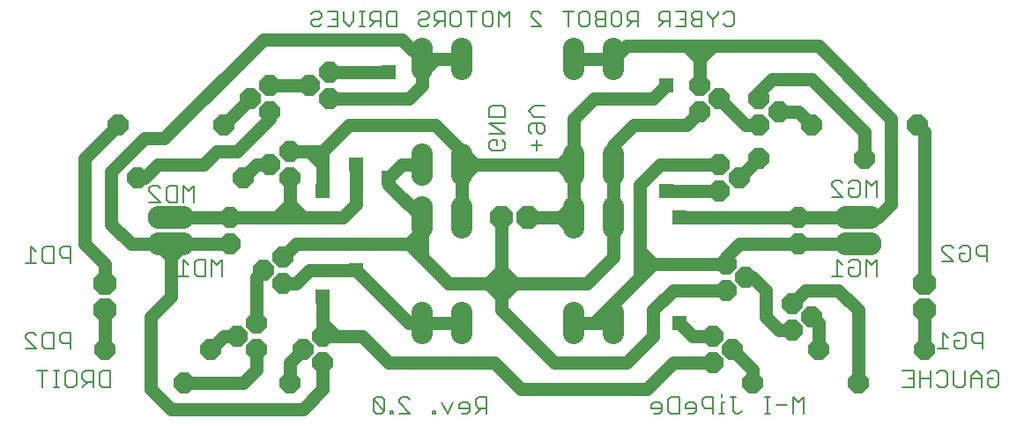
<source format=gbr>
G75*
G70*
%OFA0B0*%
%FSLAX24Y24*%
%IPPOS*%
%LPD*%
%AMOC8*
5,1,8,0,0,1.08239X$1,22.5*
%
%ADD10C,0.0080*%
%ADD11OC8,0.0800*%
%ADD12O,0.0800X0.1600*%
%ADD13OC8,0.0880*%
%ADD14O,0.1760X0.0880*%
%ADD15C,0.0500*%
%ADD16R,0.0560X0.0560*%
D10*
X005120Y002876D02*
X005120Y003497D01*
X005326Y003497D02*
X004913Y003497D01*
X005549Y003497D02*
X005756Y003497D01*
X005653Y003497D02*
X005653Y002876D01*
X005756Y002876D02*
X005549Y002876D01*
X005987Y002980D02*
X005987Y003393D01*
X006090Y003497D01*
X006297Y003497D01*
X006401Y003393D01*
X006401Y002980D01*
X006297Y002876D01*
X006090Y002876D01*
X005987Y002980D01*
X006631Y002876D02*
X006838Y003083D01*
X006735Y003083D02*
X007045Y003083D01*
X007045Y002876D02*
X007045Y003497D01*
X006735Y003497D01*
X006631Y003393D01*
X006631Y003186D01*
X006735Y003083D01*
X007276Y002980D02*
X007276Y003393D01*
X007379Y003497D01*
X007690Y003497D01*
X007690Y002876D01*
X007379Y002876D01*
X007276Y002980D01*
X006182Y004326D02*
X006182Y004947D01*
X005871Y004947D01*
X005768Y004843D01*
X005768Y004636D01*
X005871Y004533D01*
X006182Y004533D01*
X005537Y004326D02*
X005537Y004947D01*
X005227Y004947D01*
X005124Y004843D01*
X005124Y004430D01*
X005227Y004326D01*
X005537Y004326D01*
X004893Y004326D02*
X004479Y004740D01*
X004479Y004843D01*
X004582Y004947D01*
X004789Y004947D01*
X004893Y004843D01*
X004893Y004326D02*
X004479Y004326D01*
X010229Y007076D02*
X010643Y007076D01*
X010436Y007076D02*
X010436Y007697D01*
X010643Y007490D01*
X010874Y007593D02*
X010874Y007180D01*
X010977Y007076D01*
X011287Y007076D01*
X011287Y007697D01*
X010977Y007697D01*
X010874Y007593D01*
X011518Y007697D02*
X011518Y007076D01*
X011932Y007076D02*
X011932Y007697D01*
X011725Y007490D01*
X011518Y007697D01*
X006182Y007783D02*
X005871Y007783D01*
X005768Y007886D01*
X005768Y008093D01*
X005871Y008197D01*
X006182Y008197D01*
X006182Y007576D01*
X005537Y007576D02*
X005227Y007576D01*
X005124Y007680D01*
X005124Y008093D01*
X005227Y008197D01*
X005537Y008197D01*
X005537Y007576D01*
X004893Y007576D02*
X004479Y007576D01*
X004686Y007576D02*
X004686Y008197D01*
X004893Y007990D01*
X009163Y009876D02*
X009576Y009876D01*
X009163Y010290D01*
X009163Y010393D01*
X009266Y010497D01*
X009473Y010497D01*
X009576Y010393D01*
X009807Y010393D02*
X009911Y010497D01*
X010221Y010497D01*
X010221Y009876D01*
X009911Y009876D01*
X009807Y009980D01*
X009807Y010393D01*
X010452Y010497D02*
X010452Y009876D01*
X010865Y009876D02*
X010865Y010497D01*
X010659Y010290D01*
X010452Y010497D01*
X022012Y011930D02*
X022115Y011826D01*
X022529Y011826D01*
X022632Y011930D01*
X022632Y012136D01*
X022529Y012240D01*
X022322Y012240D02*
X022322Y012033D01*
X022322Y012240D02*
X022115Y012240D01*
X022012Y012136D01*
X022012Y011930D01*
X022012Y012471D02*
X022632Y012471D01*
X022012Y012884D01*
X022632Y012884D01*
X022632Y013115D02*
X022632Y013425D01*
X022529Y013529D01*
X022115Y013529D01*
X022012Y013425D01*
X022012Y013115D01*
X022632Y013115D01*
X023512Y013322D02*
X023719Y013529D01*
X024132Y013529D01*
X023719Y013115D02*
X023512Y013322D01*
X023719Y013115D02*
X024132Y013115D01*
X024029Y012884D02*
X023615Y012884D01*
X023512Y012781D01*
X023512Y012574D01*
X023615Y012471D01*
X023822Y012574D02*
X023822Y012884D01*
X024029Y012884D02*
X024132Y012781D01*
X024132Y012574D01*
X024029Y012471D01*
X023925Y012471D01*
X023822Y012574D01*
X023822Y012240D02*
X023822Y011826D01*
X024029Y012033D02*
X023615Y012033D01*
X023602Y016526D02*
X023989Y016526D01*
X023602Y016913D01*
X023602Y017010D01*
X023699Y017107D01*
X023892Y017107D01*
X023989Y017010D01*
X024818Y017107D02*
X025205Y017107D01*
X025011Y017107D02*
X025011Y016526D01*
X025425Y016623D02*
X025425Y017010D01*
X025522Y017107D01*
X025716Y017107D01*
X025812Y017010D01*
X025812Y016623D01*
X025716Y016526D01*
X025522Y016526D01*
X025425Y016623D01*
X026033Y016623D02*
X026033Y016720D01*
X026130Y016816D01*
X026420Y016816D01*
X026420Y016526D02*
X026130Y016526D01*
X026033Y016623D01*
X026130Y016816D02*
X026033Y016913D01*
X026033Y017010D01*
X026130Y017107D01*
X026420Y017107D01*
X026420Y016526D01*
X026641Y016623D02*
X026641Y017010D01*
X026737Y017107D01*
X026931Y017107D01*
X027028Y017010D01*
X027028Y016623D01*
X026931Y016526D01*
X026737Y016526D01*
X026641Y016623D01*
X027248Y016526D02*
X027442Y016720D01*
X027345Y016720D02*
X027635Y016720D01*
X027635Y016526D02*
X027635Y017107D01*
X027345Y017107D01*
X027248Y017010D01*
X027248Y016816D01*
X027345Y016720D01*
X028464Y016816D02*
X028561Y016720D01*
X028851Y016720D01*
X028657Y016720D02*
X028464Y016526D01*
X028464Y016816D02*
X028464Y017010D01*
X028561Y017107D01*
X028851Y017107D01*
X028851Y016526D01*
X029072Y016526D02*
X029459Y016526D01*
X029459Y017107D01*
X029072Y017107D01*
X029265Y016816D02*
X029459Y016816D01*
X029679Y016720D02*
X029679Y016623D01*
X029776Y016526D01*
X030066Y016526D01*
X030066Y017107D01*
X029776Y017107D01*
X029679Y017010D01*
X029679Y016913D01*
X029776Y016816D01*
X030066Y016816D01*
X029776Y016816D02*
X029679Y016720D01*
X030287Y017010D02*
X030287Y017107D01*
X030287Y017010D02*
X030481Y016816D01*
X030481Y016526D01*
X030481Y016816D02*
X030674Y017010D01*
X030674Y017107D01*
X030895Y017010D02*
X030991Y017107D01*
X031185Y017107D01*
X031282Y017010D01*
X031282Y016623D01*
X031185Y016526D01*
X030991Y016526D01*
X030895Y016623D01*
X022774Y016526D02*
X022774Y017107D01*
X022580Y016913D01*
X022387Y017107D01*
X022387Y016526D01*
X022166Y016623D02*
X022069Y016526D01*
X021876Y016526D01*
X021779Y016623D01*
X021779Y017010D01*
X021876Y017107D01*
X022069Y017107D01*
X022166Y017010D01*
X022166Y016623D01*
X021365Y016526D02*
X021365Y017107D01*
X021558Y017107D02*
X021171Y017107D01*
X020951Y017010D02*
X020854Y017107D01*
X020660Y017107D01*
X020564Y017010D01*
X020564Y016623D01*
X020660Y016526D01*
X020854Y016526D01*
X020951Y016623D01*
X020951Y017010D01*
X020343Y017107D02*
X020053Y017107D01*
X019956Y017010D01*
X019956Y016816D01*
X020053Y016720D01*
X020343Y016720D01*
X020149Y016720D02*
X019956Y016526D01*
X019735Y016623D02*
X019638Y016526D01*
X019445Y016526D01*
X019348Y016623D01*
X019348Y016720D01*
X019445Y016816D01*
X019638Y016816D01*
X019735Y016913D01*
X019735Y017010D01*
X019638Y017107D01*
X019445Y017107D01*
X019348Y017010D01*
X018520Y017107D02*
X018229Y017107D01*
X018133Y017010D01*
X018133Y016623D01*
X018229Y016526D01*
X018520Y016526D01*
X018520Y017107D01*
X017912Y017107D02*
X017622Y017107D01*
X017525Y017010D01*
X017525Y016816D01*
X017622Y016720D01*
X017912Y016720D01*
X017719Y016720D02*
X017525Y016526D01*
X017304Y016526D02*
X017111Y016526D01*
X017208Y016526D02*
X017208Y017107D01*
X017304Y017107D02*
X017111Y017107D01*
X016899Y017107D02*
X016899Y016720D01*
X016706Y016526D01*
X016512Y016720D01*
X016512Y017107D01*
X016291Y017107D02*
X016291Y016526D01*
X015904Y016526D01*
X015684Y016623D02*
X015587Y016526D01*
X015393Y016526D01*
X015297Y016623D01*
X015297Y016720D01*
X015393Y016816D01*
X015587Y016816D01*
X015684Y016913D01*
X015684Y017010D01*
X015587Y017107D01*
X015393Y017107D01*
X015297Y017010D01*
X015904Y017107D02*
X016291Y017107D01*
X016291Y016816D02*
X016098Y016816D01*
X017912Y016526D02*
X017912Y017107D01*
X020343Y017107D02*
X020343Y016526D01*
X034979Y010593D02*
X035082Y010697D01*
X035289Y010697D01*
X035393Y010593D01*
X035624Y010593D02*
X035727Y010697D01*
X035934Y010697D01*
X036037Y010593D01*
X036037Y010180D01*
X035934Y010076D01*
X035727Y010076D01*
X035624Y010180D01*
X035624Y010386D01*
X035830Y010386D01*
X036268Y010076D02*
X036268Y010697D01*
X036475Y010490D01*
X036682Y010697D01*
X036682Y010076D01*
X035393Y010076D02*
X034979Y010490D01*
X034979Y010593D01*
X034979Y010076D02*
X035393Y010076D01*
X039163Y008143D02*
X039266Y008247D01*
X039473Y008247D01*
X039576Y008143D01*
X039807Y008143D02*
X039911Y008247D01*
X040117Y008247D01*
X040221Y008143D01*
X040221Y007730D01*
X040117Y007626D01*
X039911Y007626D01*
X039807Y007730D01*
X039807Y007936D01*
X040014Y007936D01*
X040452Y007936D02*
X040555Y007833D01*
X040865Y007833D01*
X040865Y007626D02*
X040865Y008247D01*
X040555Y008247D01*
X040452Y008143D01*
X040452Y007936D01*
X039576Y007626D02*
X039163Y008040D01*
X039163Y008143D01*
X039163Y007626D02*
X039576Y007626D01*
X036682Y007697D02*
X036682Y007076D01*
X036268Y007076D02*
X036268Y007697D01*
X036475Y007490D01*
X036682Y007697D01*
X036037Y007593D02*
X036037Y007180D01*
X035934Y007076D01*
X035727Y007076D01*
X035624Y007180D01*
X035624Y007386D01*
X035830Y007386D01*
X035624Y007593D02*
X035727Y007697D01*
X035934Y007697D01*
X036037Y007593D01*
X035393Y007490D02*
X035186Y007697D01*
X035186Y007076D01*
X035393Y007076D02*
X034979Y007076D01*
X039186Y004947D02*
X039186Y004326D01*
X039393Y004326D02*
X038979Y004326D01*
X039624Y004430D02*
X039624Y004636D01*
X039830Y004636D01*
X039624Y004430D02*
X039727Y004326D01*
X039934Y004326D01*
X040037Y004430D01*
X040037Y004843D01*
X039934Y004947D01*
X039727Y004947D01*
X039624Y004843D01*
X039393Y004740D02*
X039186Y004947D01*
X040268Y004843D02*
X040268Y004636D01*
X040371Y004533D01*
X040682Y004533D01*
X040682Y004326D02*
X040682Y004947D01*
X040371Y004947D01*
X040268Y004843D01*
X040448Y003497D02*
X040241Y003290D01*
X040241Y002876D01*
X040010Y002980D02*
X039907Y002876D01*
X039700Y002876D01*
X039596Y002980D01*
X039596Y003497D01*
X039365Y003393D02*
X039365Y002980D01*
X039262Y002876D01*
X039055Y002876D01*
X038952Y002980D01*
X038721Y002876D02*
X038721Y003497D01*
X038952Y003393D02*
X039055Y003497D01*
X039262Y003497D01*
X039365Y003393D01*
X040010Y003497D02*
X040010Y002980D01*
X040241Y003186D02*
X040654Y003186D01*
X040654Y003290D02*
X040654Y002876D01*
X040885Y002980D02*
X040885Y003186D01*
X041092Y003186D01*
X040885Y002980D02*
X040989Y002876D01*
X041196Y002876D01*
X041299Y002980D01*
X041299Y003393D01*
X041196Y003497D01*
X040989Y003497D01*
X040885Y003393D01*
X040654Y003290D02*
X040448Y003497D01*
X038721Y003186D02*
X038307Y003186D01*
X038076Y003186D02*
X037870Y003186D01*
X038076Y002876D02*
X037663Y002876D01*
X038076Y002876D02*
X038076Y003497D01*
X037663Y003497D01*
X038307Y003497D02*
X038307Y002876D01*
X033932Y002497D02*
X033932Y001876D01*
X033518Y001876D02*
X033518Y002497D01*
X033725Y002290D01*
X033932Y002497D01*
X033287Y002186D02*
X032874Y002186D01*
X032643Y001876D02*
X032436Y001876D01*
X032539Y001876D02*
X032539Y002497D01*
X032436Y002497D02*
X032643Y002497D01*
X031568Y001980D02*
X031465Y001876D01*
X031362Y001876D01*
X031258Y001980D01*
X031258Y002497D01*
X031155Y002497D02*
X031362Y002497D01*
X030924Y002290D02*
X030821Y002290D01*
X030821Y001876D01*
X030924Y001876D02*
X030717Y001876D01*
X030494Y001876D02*
X030494Y002497D01*
X030184Y002497D01*
X030081Y002393D01*
X030081Y002186D01*
X030184Y002083D01*
X030494Y002083D01*
X030821Y002497D02*
X030821Y002600D01*
X029850Y002186D02*
X029746Y002290D01*
X029539Y002290D01*
X029436Y002186D01*
X029436Y002083D01*
X029850Y002083D01*
X029850Y001980D02*
X029850Y002186D01*
X029850Y001980D02*
X029746Y001876D01*
X029539Y001876D01*
X029205Y001876D02*
X028895Y001876D01*
X028792Y001980D01*
X028792Y002393D01*
X028895Y002497D01*
X029205Y002497D01*
X029205Y001876D01*
X028561Y001980D02*
X028561Y002186D01*
X028457Y002290D01*
X028250Y002290D01*
X028147Y002186D01*
X028147Y002083D01*
X028561Y002083D01*
X028561Y001980D02*
X028457Y001876D01*
X028250Y001876D01*
X021932Y001876D02*
X021932Y002497D01*
X021621Y002497D01*
X021518Y002393D01*
X021518Y002186D01*
X021621Y002083D01*
X021932Y002083D01*
X021725Y002083D02*
X021518Y001876D01*
X021287Y001980D02*
X021287Y002186D01*
X021184Y002290D01*
X020977Y002290D01*
X020874Y002186D01*
X020874Y002083D01*
X021287Y002083D01*
X021287Y001980D02*
X021184Y001876D01*
X020977Y001876D01*
X020643Y002290D02*
X020436Y001876D01*
X020229Y002290D01*
X019998Y001980D02*
X019895Y001980D01*
X019895Y001876D01*
X019998Y001876D01*
X019998Y001980D01*
X019031Y001876D02*
X018618Y002290D01*
X018618Y002393D01*
X018721Y002497D01*
X018928Y002497D01*
X019031Y002393D01*
X018387Y001980D02*
X018283Y001980D01*
X018283Y001876D01*
X018387Y001876D01*
X018387Y001980D01*
X018618Y001876D02*
X019031Y001876D01*
X018065Y001980D02*
X017651Y002393D01*
X017651Y001980D01*
X017754Y001876D01*
X017961Y001876D01*
X018065Y001980D01*
X018065Y002393D01*
X017961Y002497D01*
X017754Y002497D01*
X017651Y002393D01*
D11*
X014472Y003036D03*
X015722Y003786D03*
X014972Y004286D03*
X015722Y004786D03*
X013222Y004286D03*
X012472Y004786D03*
X013222Y005286D03*
X011472Y004286D03*
X010472Y003036D03*
X007472Y004286D03*
X014222Y006786D03*
X013472Y007286D03*
X014222Y007786D03*
X012222Y008286D03*
X012222Y009286D03*
X012722Y010786D03*
X013722Y011286D03*
X014472Y011786D03*
X014472Y010786D03*
X011972Y012786D03*
X013722Y013286D03*
X012972Y013786D03*
X013722Y014286D03*
X015222Y014286D03*
X015972Y014786D03*
X015972Y013786D03*
X008722Y010786D03*
X007972Y012786D03*
X029972Y013286D03*
X030722Y013786D03*
X029972Y014286D03*
X032222Y013786D03*
X032972Y013286D03*
X032222Y012786D03*
X034222Y012786D03*
X036222Y011536D03*
X038222Y012786D03*
X032222Y011536D03*
X030722Y011286D03*
X031472Y010786D03*
X030722Y010286D03*
X033722Y009286D03*
X033722Y008286D03*
X030972Y007536D03*
X031722Y007036D03*
X030972Y006536D03*
X033472Y006036D03*
X034222Y005536D03*
X033472Y005036D03*
X034472Y004286D03*
X035972Y003036D03*
X038472Y004286D03*
X031972Y003036D03*
X030472Y003786D03*
X031222Y004286D03*
X030472Y004786D03*
D12*
X026722Y005286D03*
X025222Y005286D03*
X020972Y005286D03*
X019472Y005286D03*
X019472Y009286D03*
X020972Y009286D03*
X025222Y009286D03*
X026722Y009286D03*
X026722Y011286D03*
X025222Y011286D03*
X020972Y011286D03*
X019472Y011286D03*
X019472Y015286D03*
X020972Y015286D03*
X025222Y015286D03*
X026722Y015286D03*
D13*
X023472Y009286D03*
X022472Y009286D03*
X007472Y006786D03*
X007472Y005786D03*
X038472Y005786D03*
X038472Y006786D03*
D14*
X035972Y008286D03*
X035972Y009286D03*
X009972Y009286D03*
X009972Y008286D03*
D15*
X010472Y008286D01*
X009972Y007786D01*
X009472Y008286D01*
X008472Y008286D01*
X007722Y009036D01*
X007722Y011036D01*
X008972Y012286D01*
X009722Y012286D01*
X013472Y016036D01*
X018722Y016036D01*
X019472Y015286D01*
X019472Y014786D01*
X019972Y015286D01*
X020972Y015286D01*
X019972Y015286D02*
X019472Y015286D01*
X019472Y014786D02*
X019472Y014286D01*
X018972Y013786D01*
X015972Y013786D01*
X015222Y014286D02*
X013722Y014286D01*
X012972Y013786D02*
X011972Y012786D01*
X012472Y011786D02*
X013722Y013036D01*
X013722Y013286D01*
X015722Y011786D02*
X016722Y012786D01*
X019972Y012786D01*
X020972Y011786D01*
X021472Y011286D01*
X020972Y010786D01*
X020972Y009286D01*
X022472Y009286D02*
X022472Y007286D01*
X022972Y006786D01*
X022472Y006286D01*
X021972Y006786D01*
X022472Y007286D01*
X022472Y006786D01*
X022472Y006286D01*
X022472Y005786D01*
X024472Y003786D01*
X027222Y003786D01*
X028222Y004786D01*
X028222Y005786D01*
X028972Y006536D01*
X030972Y006536D01*
X031722Y007036D02*
X031972Y007036D01*
X032472Y006536D01*
X032472Y005536D01*
X032972Y005036D01*
X033472Y005036D01*
X034222Y005536D02*
X034472Y005286D01*
X034472Y004286D01*
X031972Y003536D02*
X031972Y003036D01*
X031972Y003536D02*
X031222Y004286D01*
X030472Y003786D02*
X028972Y003786D01*
X027972Y002786D01*
X023222Y002786D01*
X022222Y003786D01*
X018222Y003786D01*
X017222Y004786D01*
X016222Y004786D01*
X015722Y005286D01*
X015722Y006286D01*
X015222Y007286D02*
X014722Y006786D01*
X014222Y006786D01*
X013472Y007286D02*
X013222Y007036D01*
X013222Y005286D01*
X012472Y004786D02*
X011972Y004786D01*
X011472Y004286D01*
X013222Y004286D02*
X013222Y003536D01*
X012722Y003036D01*
X010472Y003036D01*
X009972Y002036D02*
X009222Y002786D01*
X009222Y005536D01*
X009972Y006286D01*
X009972Y007786D01*
X009972Y008286D01*
X009472Y008286D01*
X010472Y008286D02*
X012222Y008286D01*
X014222Y007786D02*
X014722Y008286D01*
X018972Y008286D01*
X019472Y008786D01*
X019472Y009286D01*
X018222Y010536D01*
X018222Y010786D01*
X018722Y011286D01*
X019472Y011286D01*
X020972Y011286D02*
X020972Y010786D01*
X020972Y011286D02*
X020972Y011786D01*
X020972Y011286D02*
X021472Y011286D01*
X024722Y011286D01*
X025222Y010786D01*
X025222Y009786D01*
X024722Y009286D01*
X025222Y008786D01*
X025222Y009286D01*
X024722Y009286D01*
X023472Y009286D01*
X025222Y009286D02*
X025222Y009786D01*
X026722Y009286D02*
X026722Y007786D01*
X025722Y006786D01*
X022972Y006786D01*
X022472Y006786D01*
X021972Y006786D01*
X020472Y006786D01*
X019472Y007786D01*
X018972Y008286D01*
X019472Y008286D01*
X019472Y007786D01*
X019472Y008286D02*
X019472Y008786D01*
X016972Y009786D02*
X016972Y011286D01*
X015722Y011286D02*
X015722Y011786D01*
X015222Y011786D01*
X015722Y011286D01*
X015722Y010286D01*
X016472Y009286D02*
X016972Y009786D01*
X016472Y009286D02*
X014972Y009286D01*
X014472Y009786D01*
X013972Y009286D01*
X014472Y009286D01*
X014972Y009286D01*
X014472Y009286D02*
X014472Y009786D01*
X014472Y010786D01*
X013722Y011286D02*
X013222Y011286D01*
X012722Y010786D01*
X011722Y011786D02*
X011222Y011286D01*
X009472Y011286D01*
X008972Y010786D01*
X008722Y010786D01*
X006722Y011536D02*
X007972Y012786D01*
X006722Y011536D02*
X006722Y008286D01*
X007472Y007536D01*
X007472Y006786D01*
X007472Y005786D02*
X007472Y004286D01*
X009972Y002036D02*
X014972Y002036D01*
X015722Y002786D01*
X015722Y003786D01*
X014972Y004286D02*
X014472Y003786D01*
X014472Y003036D01*
X015722Y004786D02*
X016222Y004786D01*
X015722Y004786D02*
X015722Y005286D01*
X016972Y007286D02*
X018972Y005286D01*
X019472Y005286D01*
X020972Y005286D01*
X025222Y005286D02*
X025972Y005286D01*
X026722Y006036D01*
X026722Y005286D01*
X025972Y005286D01*
X026722Y006036D02*
X027722Y007036D01*
X028222Y007536D01*
X027722Y008036D01*
X027722Y010536D01*
X028472Y011286D01*
X030722Y011286D01*
X031472Y010786D02*
X032222Y011536D01*
X032222Y012786D02*
X031722Y012786D01*
X030722Y013786D01*
X029972Y013286D02*
X029472Y012786D01*
X027472Y012786D01*
X026722Y012036D01*
X026722Y011286D01*
X026722Y009286D01*
X028722Y010286D02*
X030722Y010286D01*
X029222Y009286D02*
X033722Y009286D01*
X035472Y009286D01*
X036722Y009286D01*
X035972Y009286D01*
X035472Y009286D01*
X036722Y009286D02*
X037222Y009786D01*
X037222Y013036D01*
X034472Y015786D01*
X030472Y015786D01*
X029972Y015286D01*
X029472Y015786D01*
X027222Y015786D01*
X026722Y015286D01*
X025222Y015286D01*
X025972Y013786D02*
X028222Y013786D01*
X028722Y014286D01*
X029972Y014286D02*
X029972Y015286D01*
X029972Y015786D01*
X030472Y015786D01*
X029972Y015786D02*
X029472Y015786D01*
X032222Y014036D02*
X032722Y014536D01*
X034222Y014536D01*
X036222Y012536D01*
X036222Y011536D01*
X038472Y011786D02*
X038472Y012536D01*
X038222Y012786D01*
X038472Y011836D02*
X038472Y011786D01*
X038472Y006786D01*
X038472Y005786D02*
X038472Y004286D01*
X035972Y003036D02*
X035972Y005786D01*
X035222Y006536D01*
X033972Y006536D01*
X033472Y006036D01*
X030472Y004786D02*
X029722Y004786D01*
X029222Y005286D01*
X027722Y007036D02*
X027722Y007536D01*
X028222Y007536D01*
X030972Y007536D01*
X030972Y007786D01*
X031472Y008286D01*
X033722Y008286D01*
X035972Y008286D01*
X027722Y008036D02*
X027722Y007536D01*
X025222Y010786D02*
X025222Y011286D01*
X025222Y011786D01*
X024722Y011286D01*
X025222Y011286D01*
X025222Y011786D02*
X025222Y013036D01*
X025972Y013786D01*
X032222Y013786D02*
X032222Y014036D01*
X032972Y013286D02*
X033722Y013286D01*
X034222Y012786D01*
X018222Y014786D02*
X015972Y014786D01*
X016722Y012786D02*
X017472Y012786D01*
X015222Y011786D02*
X014472Y011786D01*
X012472Y011786D02*
X011722Y011786D01*
X012222Y009286D02*
X009972Y009286D01*
X012222Y009286D02*
X013972Y009286D01*
X015222Y007286D02*
X016972Y007286D01*
D16*
X016972Y007286D03*
X015722Y006286D03*
X015722Y010286D03*
X018222Y010786D03*
X016972Y011286D03*
X018222Y014786D03*
X028722Y014286D03*
X028722Y010286D03*
X029222Y009286D03*
X029222Y005286D03*
M02*

</source>
